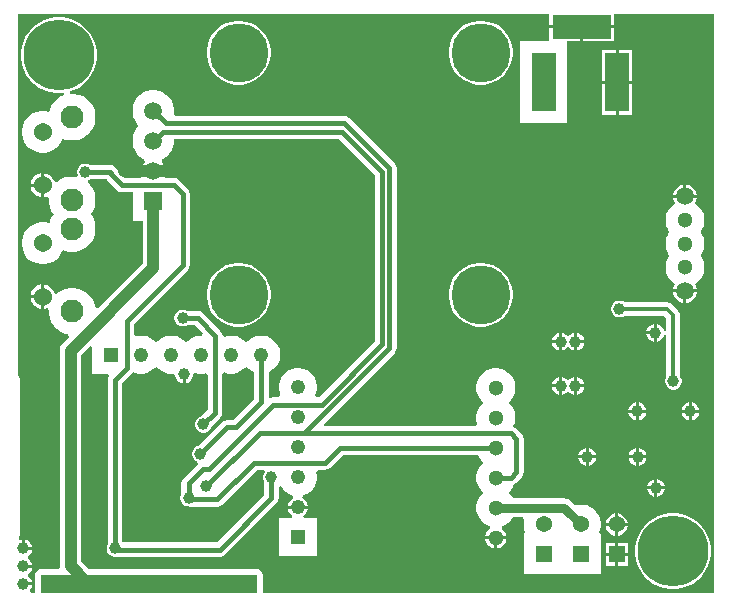
<source format=gbl>
G04*
G04 #@! TF.GenerationSoftware,Altium Limited,Altium Designer,24.5.2 (23)*
G04*
G04 Layer_Physical_Order=2*
G04 Layer_Color=16711680*
%FSLAX25Y25*%
%MOIN*%
G70*
G04*
G04 #@! TF.SameCoordinates,C9A36013-1EDC-4BB1-827E-2851C72F543B*
G04*
G04*
G04 #@! TF.FilePolarity,Positive*
G04*
G01*
G75*
%ADD62C,0.03150*%
%ADD63C,0.01575*%
%ADD65C,0.03937*%
%ADD67C,0.01378*%
%ADD70C,0.04803*%
%ADD71R,0.04803X0.04803*%
%ADD72R,0.04803X0.04803*%
%ADD73C,0.05906*%
%ADD74R,0.05906X0.05906*%
%ADD75C,0.05118*%
%ADD76C,0.05394*%
%ADD77R,0.05394X0.05394*%
%ADD78C,0.07677*%
%ADD79C,0.06063*%
%ADD80R,0.19685X0.07874*%
%ADD81R,0.07874X0.19685*%
%ADD82C,0.03937*%
%ADD83C,0.19685*%
%ADD84C,0.23622*%
G36*
X234213Y2007D02*
X83700D01*
Y7874D01*
X83547Y8642D01*
X83112Y9293D01*
X82461Y9728D01*
X81693Y9881D01*
X25685D01*
X23259Y12307D01*
Y81197D01*
X26191Y84129D01*
X26930Y83823D01*
Y74964D01*
X32068D01*
X32496Y74164D01*
X32224Y73756D01*
X32040Y72835D01*
Y18098D01*
X31869Y17801D01*
X31680Y17097D01*
Y16368D01*
X31869Y15664D01*
X32234Y15032D01*
X32749Y14517D01*
X33380Y14152D01*
X34084Y13964D01*
X34438D01*
X34901Y13872D01*
X69430D01*
X70352Y14055D01*
X71133Y14577D01*
X88317Y31762D01*
X88839Y32543D01*
X89023Y33465D01*
Y37290D01*
X89811Y37477D01*
X90505Y36439D01*
X91388Y35556D01*
X92426Y34862D01*
X93579Y34384D01*
X93762Y34348D01*
X93874Y33510D01*
X93340Y33201D01*
X92706Y32568D01*
X92258Y31792D01*
X92041Y30979D01*
X95428D01*
X98816D01*
X98598Y31792D01*
X98150Y32568D01*
X97517Y33201D01*
X96982Y33510D01*
X97095Y34348D01*
X97277Y34384D01*
X98431Y34862D01*
X99469Y35556D01*
X100352Y36439D01*
X101045Y37477D01*
X101523Y38630D01*
X101767Y39855D01*
Y41104D01*
X101575Y42067D01*
X102052Y42867D01*
X104331D01*
X105252Y43050D01*
X106034Y43573D01*
X110328Y47867D01*
X155384D01*
X155661Y47199D01*
X156371Y46135D01*
X157230Y45276D01*
X156371Y44417D01*
X155661Y43353D01*
X155171Y42170D01*
X154921Y40915D01*
Y39636D01*
X155171Y38381D01*
X155661Y37199D01*
X156371Y36135D01*
X157230Y35276D01*
X156371Y34417D01*
X155661Y33353D01*
X155171Y32170D01*
X154921Y30915D01*
Y29636D01*
X155171Y28381D01*
X155661Y27199D01*
X156371Y26135D01*
X157276Y25230D01*
X158340Y24519D01*
X159335Y24107D01*
X159462Y23548D01*
X159422Y23233D01*
X159232Y23123D01*
X158569Y22461D01*
X158101Y21649D01*
X157867Y20776D01*
X161417D01*
X164968D01*
X164734Y21649D01*
X164265Y22461D01*
X163603Y23123D01*
X163412Y23233D01*
X163373Y23548D01*
X163500Y24107D01*
X164494Y24519D01*
X165558Y25230D01*
X166463Y26135D01*
X167107Y27099D01*
X170379D01*
X170884Y26299D01*
X170693Y25338D01*
Y24032D01*
X170948Y22750D01*
X171210Y22119D01*
X170693Y21319D01*
X170693D01*
Y8051D01*
X196439D01*
Y21319D01*
X196439D01*
X195923Y22119D01*
X196184Y22750D01*
X196439Y24032D01*
Y25338D01*
X196184Y26620D01*
X195684Y27827D01*
X194958Y28914D01*
X194034Y29838D01*
X192948Y30564D01*
X191740Y31064D01*
X190459Y31319D01*
X189152D01*
X187911Y31072D01*
X186461Y32522D01*
X185803Y33027D01*
X185037Y33344D01*
X184215Y33452D01*
X167107D01*
X166463Y34417D01*
X165604Y35276D01*
X166463Y36135D01*
X167174Y37199D01*
X167584Y38189D01*
X168159Y38572D01*
X170010Y40424D01*
X170532Y41205D01*
X170716Y42127D01*
Y53211D01*
X170532Y54133D01*
X170010Y54914D01*
X168103Y56821D01*
X167322Y57343D01*
X167272Y57436D01*
X167664Y58381D01*
X167913Y59636D01*
Y60915D01*
X167664Y62170D01*
X167174Y63353D01*
X166463Y64417D01*
X165604Y65276D01*
X166463Y66135D01*
X167174Y67199D01*
X167664Y68381D01*
X167913Y69636D01*
Y70915D01*
X167664Y72170D01*
X167174Y73353D01*
X166463Y74417D01*
X165558Y75321D01*
X164494Y76032D01*
X163312Y76522D01*
X162057Y76772D01*
X160777D01*
X159522Y76522D01*
X158340Y76032D01*
X157276Y75321D01*
X156371Y74417D01*
X155661Y73353D01*
X155171Y72170D01*
X154921Y70915D01*
Y69636D01*
X155171Y68381D01*
X155661Y67199D01*
X156371Y66135D01*
X157230Y65276D01*
X156371Y64417D01*
X155661Y63353D01*
X155171Y62170D01*
X154921Y60915D01*
Y59636D01*
X155171Y58381D01*
X155249Y58192D01*
X154805Y57527D01*
X104301D01*
X103995Y58266D01*
X127687Y81958D01*
X128209Y82740D01*
X128393Y83661D01*
Y143405D01*
X128209Y144327D01*
X127687Y145108D01*
X112628Y160168D01*
X111846Y160690D01*
X110925Y160873D01*
X54548D01*
X54041Y161492D01*
X54134Y161959D01*
Y163316D01*
X53869Y164647D01*
X53350Y165901D01*
X52596Y167030D01*
X51636Y167989D01*
X50508Y168743D01*
X49254Y169263D01*
X47923Y169528D01*
X46565D01*
X45234Y169263D01*
X43981Y168743D01*
X42852Y167989D01*
X41892Y167030D01*
X41138Y165901D01*
X40619Y164647D01*
X40354Y163316D01*
Y161959D01*
X40619Y160628D01*
X41138Y159374D01*
X41892Y158246D01*
X42500Y157638D01*
X41892Y157030D01*
X41138Y155901D01*
X40619Y154648D01*
X40354Y153316D01*
Y151959D01*
X40619Y150628D01*
X41138Y149374D01*
X41892Y148246D01*
X42852Y147286D01*
X43981Y146532D01*
X44316Y146393D01*
X44477Y145461D01*
X44081Y145065D01*
X43561Y144164D01*
X43291Y143158D01*
Y143138D01*
X47244D01*
X51197D01*
Y143158D01*
X50928Y144164D01*
X50407Y145065D01*
X50011Y145461D01*
X50172Y146393D01*
X50508Y146532D01*
X51636Y147286D01*
X52596Y148246D01*
X53350Y149374D01*
X53869Y150628D01*
X54134Y151959D01*
Y153103D01*
X109239D01*
X121001Y141341D01*
Y85725D01*
X102427Y67151D01*
X101609Y67213D01*
X101211Y67877D01*
X101523Y68630D01*
X101767Y69855D01*
Y71104D01*
X101523Y72328D01*
X101045Y73482D01*
X100352Y74520D01*
X99469Y75403D01*
X98431Y76096D01*
X97277Y76574D01*
X96052Y76818D01*
X94804D01*
X93579Y76574D01*
X92426Y76096D01*
X91388Y75403D01*
X90505Y74520D01*
X89811Y73482D01*
X89333Y72328D01*
X89090Y71104D01*
Y69855D01*
X89333Y68630D01*
X89645Y67877D01*
X89166Y67077D01*
X87306D01*
X86477Y66912D01*
X86215Y66982D01*
X85677Y67269D01*
Y75439D01*
X86271Y75685D01*
X87309Y76379D01*
X88192Y77262D01*
X88886Y78300D01*
X89363Y79453D01*
X89607Y80678D01*
Y81927D01*
X89363Y83151D01*
X88886Y84305D01*
X88192Y85343D01*
X87309Y86226D01*
X86271Y86919D01*
X85117Y87397D01*
X83893Y87641D01*
X82644D01*
X81420Y87397D01*
X80266Y86919D01*
X79228Y86226D01*
X78816Y85814D01*
X78268Y85401D01*
X77720Y85814D01*
X77309Y86226D01*
X76271Y86919D01*
X75117Y87397D01*
X73893Y87641D01*
X72644D01*
X71420Y87397D01*
X71001Y87224D01*
X70283Y87792D01*
X70139Y88520D01*
X69616Y89302D01*
X63711Y95207D01*
X62930Y95729D01*
X62008Y95912D01*
X58452D01*
X58155Y96084D01*
X57451Y96272D01*
X56722D01*
X56018Y96084D01*
X55387Y95719D01*
X54871Y95204D01*
X54507Y94573D01*
X54318Y93868D01*
Y93139D01*
X54507Y92435D01*
X54871Y91804D01*
X55387Y91289D01*
X56018Y90924D01*
X56722Y90735D01*
X57451D01*
X58155Y90924D01*
X58452Y91096D01*
X61010D01*
X63665Y88441D01*
X63334Y87641D01*
X62644D01*
X61420Y87397D01*
X60266Y86919D01*
X59228Y86226D01*
X58816Y85814D01*
X58268Y85401D01*
X57720Y85814D01*
X57309Y86226D01*
X56271Y86919D01*
X55117Y87397D01*
X53893Y87641D01*
X52644D01*
X51420Y87397D01*
X50266Y86919D01*
X49228Y86226D01*
X48816Y85814D01*
X48268Y85401D01*
X47720Y85814D01*
X47309Y86226D01*
X46271Y86919D01*
X45117Y87397D01*
X43893Y87641D01*
X42644D01*
X41594Y87432D01*
X40794Y87868D01*
Y91522D01*
X58790Y109517D01*
X59312Y110299D01*
X59495Y111221D01*
Y134843D01*
X59312Y135764D01*
X58790Y136546D01*
X55734Y139601D01*
X54953Y140123D01*
X54031Y140306D01*
X51262D01*
X50862Y140999D01*
X50928Y141112D01*
X51197Y142117D01*
Y142138D01*
X47244D01*
X43291D01*
Y142117D01*
X43561Y141112D01*
X43626Y140999D01*
X43226Y140306D01*
X37906D01*
X35596Y142616D01*
X35349Y142987D01*
X34426Y143909D01*
X33645Y144431D01*
X32723Y144615D01*
X26022D01*
X25725Y144786D01*
X25021Y144975D01*
X24292D01*
X23587Y144786D01*
X22956Y144422D01*
X22441Y143906D01*
X22076Y143275D01*
X21888Y142571D01*
Y141842D01*
X22040Y141271D01*
X21799Y140871D01*
X21482Y140567D01*
X20970Y140668D01*
X19439D01*
X17937Y140369D01*
X16522Y139783D01*
X15248Y138932D01*
X15138Y138823D01*
X14246Y139062D01*
X14158Y139390D01*
X13627Y140309D01*
X12877Y141060D01*
X11958Y141590D01*
X10932Y141865D01*
X10902D01*
Y137834D01*
Y133802D01*
X10932D01*
X11682Y134003D01*
X11994Y133859D01*
X12286Y133623D01*
X12429Y133425D01*
Y132127D01*
X12728Y130625D01*
X13314Y129210D01*
X14045Y128116D01*
X13314Y127023D01*
X12728Y125607D01*
X12650Y125214D01*
X12434Y125099D01*
X11088Y125367D01*
X9715D01*
X8369Y125099D01*
X7101Y124574D01*
X5959Y123811D01*
X4989Y122841D01*
X4226Y121699D01*
X3701Y120431D01*
X3433Y119085D01*
Y117712D01*
X3701Y116366D01*
X4226Y115098D01*
X4989Y113956D01*
X5959Y112986D01*
X7101Y112223D01*
X8369Y111698D01*
X9715Y111430D01*
X11088D01*
X12434Y111698D01*
X13702Y112223D01*
X14844Y112986D01*
X15814Y113956D01*
X16577Y115098D01*
X17047Y116231D01*
X17937Y115863D01*
X19439Y115564D01*
X20970D01*
X22473Y115863D01*
X23888Y116449D01*
X25161Y117300D01*
X26244Y118383D01*
X27095Y119656D01*
X27681Y121071D01*
X27980Y122573D01*
Y124105D01*
X27681Y125607D01*
X27095Y127023D01*
X26365Y128116D01*
X27095Y129210D01*
X27681Y130625D01*
X27980Y132127D01*
Y133659D01*
X27681Y135161D01*
X27095Y136576D01*
X26244Y137849D01*
X25386Y138707D01*
X25518Y139462D01*
X25607Y139595D01*
X25725Y139626D01*
X26022Y139798D01*
X31715D01*
X31943Y139458D01*
X35206Y136195D01*
X35987Y135672D01*
X36909Y135489D01*
X40354D01*
Y125748D01*
X43670D01*
Y111717D01*
X28740Y96787D01*
X27872Y97050D01*
X27681Y98009D01*
X27095Y99424D01*
X26244Y100698D01*
X25161Y101781D01*
X23888Y102632D01*
X22473Y103218D01*
X20970Y103516D01*
X19439D01*
X17937Y103218D01*
X16522Y102632D01*
X15248Y101781D01*
X15138Y101671D01*
X14246Y101910D01*
X14158Y102238D01*
X13627Y103157D01*
X12877Y103908D01*
X11958Y104439D01*
X10932Y104713D01*
X10902D01*
Y100682D01*
Y96650D01*
X10932D01*
X11682Y96851D01*
X11994Y96707D01*
X12286Y96471D01*
X12429Y96273D01*
Y94975D01*
X12728Y93473D01*
X13314Y92058D01*
X14165Y90784D01*
X15248Y89701D01*
X16522Y88850D01*
X17937Y88264D01*
X18896Y88073D01*
X19159Y87205D01*
X17158Y85204D01*
X16590Y84464D01*
X16233Y83602D01*
X16111Y82677D01*
Y10827D01*
X16130Y10681D01*
X15429Y9881D01*
X9843D01*
X9075Y9728D01*
X8423Y9293D01*
X7988Y8642D01*
X7835Y7874D01*
Y2007D01*
X6352D01*
X6021Y2807D01*
X6312Y3099D01*
X6703Y3776D01*
X6876Y4421D01*
X3937D01*
Y5421D01*
X6876D01*
X6703Y6067D01*
X6312Y6744D01*
X5760Y7297D01*
X5560Y7412D01*
Y8336D01*
X5760Y8451D01*
X6312Y9004D01*
X6703Y9681D01*
X6876Y10327D01*
X3937D01*
Y11327D01*
X6876D01*
X6703Y11973D01*
X6312Y12650D01*
X5760Y13202D01*
X5560Y13318D01*
Y14241D01*
X5760Y14357D01*
X6312Y14910D01*
X6703Y15586D01*
X6876Y16232D01*
X3937D01*
Y16732D01*
X3437D01*
Y19671D01*
X2973Y19547D01*
X2560Y19967D01*
X2446Y20199D01*
X2642Y20492D01*
X2795Y21260D01*
Y73228D01*
X2642Y73996D01*
X2207Y74648D01*
X2007Y74781D01*
Y194843D01*
X179175D01*
Y191144D01*
X200860D01*
Y194843D01*
X234213D01*
Y2007D01*
D02*
G37*
G36*
X48816Y76790D02*
X49228Y76379D01*
X50266Y75685D01*
X51420Y75207D01*
X52644Y74964D01*
X53893D01*
X53940Y74973D01*
X54558Y74466D01*
Y74328D01*
X54761Y73573D01*
X55152Y72896D01*
X55704Y72343D01*
X56381Y71953D01*
X57027Y71780D01*
Y74719D01*
X58027D01*
Y71780D01*
X58673Y71953D01*
X59350Y72343D01*
X59902Y72896D01*
X60293Y73573D01*
X60496Y74328D01*
Y74724D01*
X61221Y75289D01*
X61420Y75207D01*
X62644Y74964D01*
X63893D01*
X64705Y75125D01*
X65505Y74577D01*
Y63006D01*
X63239Y60739D01*
X62908Y60651D01*
X62277Y60286D01*
X61761Y59771D01*
X61397Y59140D01*
X61208Y58435D01*
Y57706D01*
X61397Y57002D01*
X61761Y56371D01*
X62277Y55856D01*
X62908Y55491D01*
X63612Y55302D01*
X64341D01*
X65045Y55491D01*
X65676Y55856D01*
X66192Y56371D01*
X66556Y57002D01*
X66645Y57333D01*
X69616Y60305D01*
X70139Y61086D01*
X70322Y62008D01*
Y74942D01*
X70987Y75386D01*
X71420Y75207D01*
X72644Y74964D01*
X73893D01*
X75117Y75207D01*
X76271Y75685D01*
X77309Y76379D01*
X77720Y76790D01*
X78268Y77204D01*
X78816Y76790D01*
X79228Y76379D01*
X80266Y75685D01*
X80860Y75439D01*
Y66549D01*
X73835Y59525D01*
X71880D01*
X70958Y59341D01*
X70177Y58819D01*
X62255Y50897D01*
X61923Y50808D01*
X61292Y50444D01*
X60777Y49928D01*
X60412Y49297D01*
X60224Y48593D01*
Y47864D01*
X60412Y47160D01*
X60777Y46528D01*
X61292Y46013D01*
X61851Y45690D01*
X61938Y45551D01*
X62050Y44787D01*
X57352Y40089D01*
X56830Y39307D01*
X56647Y38386D01*
Y34830D01*
X56475Y34533D01*
X56287Y33829D01*
Y33100D01*
X56475Y32396D01*
X56840Y31765D01*
X57355Y31249D01*
X57986Y30885D01*
X58691Y30696D01*
X59155D01*
X59480Y30631D01*
X68473D01*
X69395Y30815D01*
X70176Y31337D01*
X81706Y42867D01*
X84080D01*
X84412Y42067D01*
X84399Y42054D01*
X84034Y41423D01*
X83846Y40719D01*
Y39990D01*
X84034Y39286D01*
X84206Y38989D01*
Y34462D01*
X68432Y18689D01*
X36857D01*
Y71837D01*
X40089Y75069D01*
X40450Y75609D01*
X41420Y75207D01*
X42644Y74964D01*
X43893D01*
X45117Y75207D01*
X46271Y75685D01*
X47309Y76379D01*
X47720Y76790D01*
X48268Y77204D01*
X48816Y76790D01*
D02*
G37*
G36*
X81693Y2007D02*
X9843D01*
Y7874D01*
X81693D01*
Y2007D01*
D02*
G37*
%LPC*%
G36*
X200860Y190144D02*
X190517D01*
Y185707D01*
X200860D01*
Y190144D01*
D02*
G37*
G36*
X206765Y182982D02*
X202328D01*
Y172640D01*
X206765D01*
Y182982D01*
D02*
G37*
G36*
X201328D02*
X196891D01*
Y172640D01*
X201328D01*
Y182982D01*
D02*
G37*
G36*
X157255Y192574D02*
X155579D01*
X153925Y192312D01*
X152332Y191795D01*
X150839Y191034D01*
X149484Y190050D01*
X148299Y188865D01*
X147315Y187510D01*
X146554Y186017D01*
X146037Y184424D01*
X145774Y182769D01*
Y181094D01*
X146037Y179440D01*
X146554Y177847D01*
X147315Y176354D01*
X148299Y174999D01*
X149484Y173814D01*
X150839Y172829D01*
X152332Y172069D01*
X153925Y171551D01*
X155579Y171289D01*
X157255D01*
X158909Y171551D01*
X160502Y172069D01*
X161995Y172829D01*
X163350Y173814D01*
X164535Y174999D01*
X165519Y176354D01*
X166280Y177847D01*
X166797Y179440D01*
X167060Y181094D01*
Y182769D01*
X166797Y184424D01*
X166280Y186017D01*
X165519Y187510D01*
X164535Y188865D01*
X163350Y190050D01*
X161995Y191034D01*
X160502Y191795D01*
X158909Y192312D01*
X157255Y192574D01*
D02*
G37*
G36*
X76546D02*
X74871D01*
X73216Y192312D01*
X71623Y191795D01*
X70130Y191034D01*
X68775Y190050D01*
X67591Y188865D01*
X66606Y187510D01*
X65846Y186017D01*
X65328Y184424D01*
X65066Y182769D01*
Y181094D01*
X65328Y179440D01*
X65846Y177847D01*
X66606Y176354D01*
X67591Y174999D01*
X68775Y173814D01*
X70130Y172829D01*
X71623Y172069D01*
X73216Y171551D01*
X74871Y171289D01*
X76546D01*
X78201Y171551D01*
X79794Y172069D01*
X81286Y172829D01*
X82642Y173814D01*
X83826Y174999D01*
X84811Y176354D01*
X85571Y177847D01*
X86089Y179440D01*
X86351Y181094D01*
Y182769D01*
X86089Y184424D01*
X85571Y186017D01*
X84811Y187510D01*
X83826Y188865D01*
X82642Y190050D01*
X81286Y191034D01*
X79794Y191795D01*
X78201Y192312D01*
X76546Y192574D01*
D02*
G37*
G36*
X16740Y193713D02*
X14755D01*
X12795Y193403D01*
X10907Y192789D01*
X9138Y191888D01*
X7532Y190721D01*
X6129Y189318D01*
X4962Y187712D01*
X4061Y185943D01*
X3447Y184055D01*
X3137Y182095D01*
Y180110D01*
X3447Y178149D01*
X4061Y176261D01*
X4962Y174493D01*
X6129Y172887D01*
X7532Y171483D01*
X9138Y170316D01*
X10907Y169415D01*
X12795Y168802D01*
X14755Y168491D01*
X16740D01*
X17338Y168586D01*
X17557Y167811D01*
X16522Y167382D01*
X15248Y166531D01*
X14165Y165448D01*
X13314Y164174D01*
X12728Y162759D01*
X12650Y162366D01*
X12434Y162251D01*
X11088Y162519D01*
X9715D01*
X8369Y162251D01*
X7101Y161726D01*
X5959Y160963D01*
X4989Y159992D01*
X4226Y158851D01*
X3701Y157583D01*
X3433Y156237D01*
Y154864D01*
X3701Y153517D01*
X4226Y152249D01*
X4989Y151108D01*
X5959Y150137D01*
X7101Y149375D01*
X8369Y148849D01*
X9715Y148582D01*
X11088D01*
X12434Y148849D01*
X13702Y149375D01*
X14844Y150137D01*
X15814Y151108D01*
X16577Y152249D01*
X17047Y153383D01*
X17937Y153014D01*
X19439Y152716D01*
X20970D01*
X22473Y153014D01*
X23888Y153601D01*
X25161Y154451D01*
X26244Y155534D01*
X27095Y156808D01*
X27681Y158223D01*
X27980Y159725D01*
Y161257D01*
X27681Y162759D01*
X27095Y164174D01*
X26244Y165448D01*
X25161Y166531D01*
X23888Y167382D01*
X22473Y167968D01*
X20970Y168267D01*
X19643D01*
X19516Y169067D01*
X20589Y169415D01*
X22358Y170316D01*
X23964Y171483D01*
X25367Y172887D01*
X26534Y174493D01*
X27435Y176261D01*
X28049Y178149D01*
X28359Y180110D01*
Y182095D01*
X28049Y184055D01*
X27435Y185943D01*
X26534Y187712D01*
X25367Y189318D01*
X23964Y190721D01*
X22358Y191888D01*
X20589Y192789D01*
X18701Y193403D01*
X16740Y193713D01*
D02*
G37*
G36*
X206765Y171640D02*
X202328D01*
Y161297D01*
X206765D01*
Y171640D01*
D02*
G37*
G36*
X201328D02*
X196891D01*
Y161297D01*
X201328D01*
Y171640D01*
D02*
G37*
G36*
X189517Y190144D02*
X179175D01*
Y185919D01*
X169545D01*
Y158360D01*
X185293D01*
Y185707D01*
X189517D01*
Y190144D01*
D02*
G37*
G36*
X9901Y141865D02*
X9871D01*
X8845Y141590D01*
X7926Y141060D01*
X7175Y140309D01*
X6645Y139390D01*
X6370Y138364D01*
Y138334D01*
X9901D01*
Y141865D01*
D02*
G37*
G36*
X225013Y137972D02*
X224993D01*
Y134520D01*
X228445D01*
Y134540D01*
X228176Y135546D01*
X227656Y136447D01*
X226920Y137183D01*
X226018Y137703D01*
X225013Y137972D01*
D02*
G37*
G36*
X223993D02*
X223972D01*
X222967Y137703D01*
X222066Y137183D01*
X221330Y136447D01*
X220809Y135546D01*
X220540Y134540D01*
Y134520D01*
X223993D01*
Y137972D01*
D02*
G37*
G36*
X9901Y137334D02*
X6370D01*
Y137303D01*
X6645Y136277D01*
X7175Y135358D01*
X7926Y134608D01*
X8845Y134077D01*
X9871Y133802D01*
X9901D01*
Y137334D01*
D02*
G37*
G36*
X228445Y133520D02*
X224493D01*
X220540D01*
Y133499D01*
X220809Y132494D01*
X221224Y131775D01*
X220352Y131192D01*
X219447Y130287D01*
X218736Y129223D01*
X218246Y128041D01*
X217997Y126786D01*
Y125506D01*
X218246Y124251D01*
X218736Y123069D01*
X219310Y122209D01*
X218736Y121349D01*
X218246Y120167D01*
X217997Y118912D01*
Y117632D01*
X218246Y116377D01*
X218736Y115195D01*
X219310Y114335D01*
X218736Y113475D01*
X218246Y112293D01*
X217997Y111038D01*
Y109758D01*
X218246Y108503D01*
X218736Y107321D01*
X219447Y106257D01*
X220352Y105352D01*
X221224Y104769D01*
X220809Y104049D01*
X220540Y103044D01*
Y103024D01*
X224493D01*
X228445D01*
Y103044D01*
X228176Y104049D01*
X227761Y104769D01*
X228634Y105352D01*
X229538Y106257D01*
X230249Y107321D01*
X230739Y108503D01*
X230989Y109758D01*
Y111038D01*
X230739Y112293D01*
X230249Y113475D01*
X229675Y114335D01*
X230249Y115195D01*
X230739Y116377D01*
X230989Y117632D01*
Y118912D01*
X230739Y120167D01*
X230249Y121349D01*
X229675Y122209D01*
X230249Y123069D01*
X230739Y124251D01*
X230989Y125506D01*
Y126786D01*
X230739Y128041D01*
X230249Y129223D01*
X229538Y130287D01*
X228634Y131192D01*
X227761Y131775D01*
X228176Y132494D01*
X228445Y133499D01*
Y133520D01*
D02*
G37*
G36*
X9901Y104713D02*
X9871D01*
X8845Y104439D01*
X7926Y103908D01*
X7175Y103157D01*
X6645Y102238D01*
X6370Y101213D01*
Y101182D01*
X9901D01*
Y104713D01*
D02*
G37*
G36*
X228445Y102024D02*
X224993D01*
Y98571D01*
X225013D01*
X226018Y98840D01*
X226920Y99361D01*
X227656Y100097D01*
X228176Y100998D01*
X228445Y102003D01*
Y102024D01*
D02*
G37*
G36*
X223993D02*
X220540D01*
Y102003D01*
X220809Y100998D01*
X221330Y100097D01*
X222066Y99361D01*
X222967Y98840D01*
X223972Y98571D01*
X223993D01*
Y102024D01*
D02*
G37*
G36*
X9901Y100182D02*
X6370D01*
Y100151D01*
X6645Y99126D01*
X7175Y98207D01*
X7926Y97456D01*
X8845Y96925D01*
X9871Y96650D01*
X9901D01*
Y100182D01*
D02*
G37*
G36*
X157255Y111866D02*
X155579D01*
X153925Y111604D01*
X152332Y111086D01*
X150839Y110326D01*
X149484Y109341D01*
X148299Y108156D01*
X147315Y106801D01*
X146554Y105308D01*
X146037Y103715D01*
X145774Y102061D01*
Y100386D01*
X146037Y98731D01*
X146554Y97138D01*
X147315Y95645D01*
X148299Y94290D01*
X149484Y93106D01*
X150839Y92121D01*
X152332Y91360D01*
X153925Y90843D01*
X155579Y90581D01*
X157255D01*
X158909Y90843D01*
X160502Y91360D01*
X161995Y92121D01*
X163350Y93106D01*
X164535Y94290D01*
X165519Y95645D01*
X166280Y97138D01*
X166797Y98731D01*
X167060Y100386D01*
Y102061D01*
X166797Y103715D01*
X166280Y105308D01*
X165519Y106801D01*
X164535Y108156D01*
X163350Y109341D01*
X161995Y110326D01*
X160502Y111086D01*
X158909Y111604D01*
X157255Y111866D01*
D02*
G37*
G36*
X76546D02*
X74871D01*
X73216Y111604D01*
X71623Y111086D01*
X70130Y110326D01*
X68775Y109341D01*
X67591Y108156D01*
X66606Y106801D01*
X65846Y105308D01*
X65328Y103715D01*
X65066Y102061D01*
Y100386D01*
X65328Y98731D01*
X65846Y97138D01*
X66606Y95645D01*
X67591Y94290D01*
X68775Y93106D01*
X70130Y92121D01*
X71623Y91360D01*
X73216Y90843D01*
X74871Y90581D01*
X76546D01*
X78201Y90843D01*
X79794Y91360D01*
X81286Y92121D01*
X82642Y93106D01*
X83826Y94290D01*
X84811Y95645D01*
X85571Y97138D01*
X86089Y98731D01*
X86351Y100386D01*
Y102061D01*
X86089Y103715D01*
X85571Y105308D01*
X84811Y106801D01*
X83826Y108156D01*
X82642Y109341D01*
X81286Y110326D01*
X79794Y111086D01*
X78201Y111604D01*
X76546Y111866D01*
D02*
G37*
G36*
X203022Y99323D02*
X202293D01*
X201589Y99135D01*
X200958Y98770D01*
X200442Y98255D01*
X200078Y97624D01*
X199889Y96919D01*
Y96191D01*
X200078Y95486D01*
X200442Y94855D01*
X200958Y94340D01*
X201589Y93975D01*
X202293Y93787D01*
X203022D01*
X203726Y93975D01*
X204027Y94149D01*
X217548D01*
X218292Y93405D01*
Y89241D01*
X217492Y89136D01*
X217333Y89728D01*
X216942Y90405D01*
X216390Y90958D01*
X215713Y91349D01*
X215067Y91522D01*
Y88583D01*
Y85643D01*
X215713Y85817D01*
X216390Y86207D01*
X216942Y86760D01*
X217333Y87437D01*
X217492Y88029D01*
X218292Y87924D01*
Y73959D01*
X218020Y73489D01*
X217831Y72785D01*
Y72056D01*
X218020Y71351D01*
X218385Y70720D01*
X218900Y70205D01*
X219531Y69840D01*
X220235Y69652D01*
X220965D01*
X221669Y69840D01*
X222300Y70205D01*
X222815Y70720D01*
X223180Y71351D01*
X223369Y72056D01*
Y72785D01*
X223180Y73489D01*
X222908Y73959D01*
Y94361D01*
X222732Y95244D01*
X222232Y95993D01*
X222232Y95993D01*
X220136Y98089D01*
X219387Y98589D01*
X218504Y98765D01*
X204363D01*
X204358Y98770D01*
X203726Y99135D01*
X203022Y99323D01*
D02*
G37*
G36*
X214067Y91522D02*
X213421Y91349D01*
X212744Y90958D01*
X212192Y90405D01*
X211801Y89728D01*
X211628Y89083D01*
X214067D01*
Y91522D01*
D02*
G37*
G36*
X187492Y88569D02*
X186846Y88396D01*
X186169Y88005D01*
X186070Y87906D01*
X185531Y87515D01*
X184993Y87906D01*
X184894Y88005D01*
X184217Y88396D01*
X183571Y88569D01*
Y85630D01*
Y82691D01*
X184217Y82864D01*
X184894Y83254D01*
X184993Y83354D01*
X185531Y83745D01*
X186070Y83354D01*
X186169Y83254D01*
X186846Y82864D01*
X187492Y82691D01*
Y85630D01*
Y88569D01*
D02*
G37*
G36*
X188492D02*
Y86130D01*
X190931D01*
X190758Y86776D01*
X190367Y87453D01*
X189815Y88005D01*
X189138Y88396D01*
X188492Y88569D01*
D02*
G37*
G36*
X182571D02*
X181925Y88396D01*
X181248Y88005D01*
X180695Y87453D01*
X180305Y86776D01*
X180132Y86130D01*
X182571D01*
Y88569D01*
D02*
G37*
G36*
X214067Y88083D02*
X211628D01*
X211801Y87437D01*
X212192Y86760D01*
X212744Y86207D01*
X213421Y85817D01*
X214067Y85643D01*
Y88083D01*
D02*
G37*
G36*
X182571Y85130D02*
X180132D01*
X180305Y84484D01*
X180695Y83807D01*
X181248Y83254D01*
X181925Y82864D01*
X182571Y82691D01*
Y85130D01*
D02*
G37*
G36*
X190931D02*
X188492D01*
Y82691D01*
X189138Y82864D01*
X189815Y83254D01*
X190367Y83807D01*
X190758Y84484D01*
X190931Y85130D01*
D02*
G37*
G36*
X188492Y73805D02*
Y71366D01*
X190931D01*
X190758Y72012D01*
X190367Y72689D01*
X189815Y73242D01*
X189138Y73632D01*
X188492Y73805D01*
D02*
G37*
G36*
X182571D02*
X181925Y73632D01*
X181248Y73242D01*
X180695Y72689D01*
X180305Y72012D01*
X180132Y71366D01*
X182571D01*
Y73805D01*
D02*
G37*
G36*
X190931Y70366D02*
X188492D01*
Y67927D01*
X189138Y68100D01*
X189815Y68491D01*
X190367Y69043D01*
X190758Y69720D01*
X190931Y70366D01*
D02*
G37*
G36*
X183571Y73805D02*
Y70866D01*
Y67927D01*
X184217Y68100D01*
X184894Y68491D01*
X184993Y68590D01*
X185531Y68981D01*
X186070Y68590D01*
X186169Y68491D01*
X186846Y68100D01*
X187492Y67927D01*
Y70866D01*
Y73805D01*
X186846Y73632D01*
X186169Y73242D01*
X186070Y73142D01*
X185531Y72751D01*
X184993Y73142D01*
X184894Y73242D01*
X184217Y73632D01*
X183571Y73805D01*
D02*
G37*
G36*
X182571Y70366D02*
X180132D01*
X180305Y69720D01*
X180695Y69043D01*
X181248Y68491D01*
X181925Y68100D01*
X182571Y67927D01*
Y70366D01*
D02*
G37*
G36*
X226780Y65376D02*
Y62937D01*
X229219D01*
X229046Y63583D01*
X228655Y64260D01*
X228102Y64812D01*
X227426Y65203D01*
X226780Y65376D01*
D02*
G37*
G36*
X225780D02*
X225134Y65203D01*
X224457Y64812D01*
X223904Y64260D01*
X223514Y63583D01*
X223340Y62937D01*
X225780D01*
Y65376D01*
D02*
G37*
G36*
X209063D02*
Y62937D01*
X211502D01*
X211329Y63583D01*
X210939Y64260D01*
X210386Y64812D01*
X209709Y65203D01*
X209063Y65376D01*
D02*
G37*
G36*
X208063D02*
X207417Y65203D01*
X206740Y64812D01*
X206188Y64260D01*
X205797Y63583D01*
X205624Y62937D01*
X208063D01*
Y65376D01*
D02*
G37*
G36*
X229219Y61937D02*
X226780D01*
Y59498D01*
X227426Y59671D01*
X228102Y60062D01*
X228655Y60614D01*
X229046Y61291D01*
X229219Y61937D01*
D02*
G37*
G36*
X225780D02*
X223340D01*
X223514Y61291D01*
X223904Y60614D01*
X224457Y60062D01*
X225134Y59671D01*
X225780Y59498D01*
Y61937D01*
D02*
G37*
G36*
X211502D02*
X209063D01*
Y59498D01*
X209709Y59671D01*
X210386Y60062D01*
X210939Y60614D01*
X211329Y61291D01*
X211502Y61937D01*
D02*
G37*
G36*
X208063D02*
X205624D01*
X205797Y61291D01*
X206188Y60614D01*
X206740Y60062D01*
X207417Y59671D01*
X208063Y59498D01*
Y61937D01*
D02*
G37*
G36*
X209161Y50183D02*
Y47744D01*
X211601D01*
X211428Y48390D01*
X211037Y49067D01*
X210484Y49619D01*
X209807Y50010D01*
X209161Y50183D01*
D02*
G37*
G36*
X208161D02*
X207516Y50010D01*
X206839Y49619D01*
X206286Y49067D01*
X205895Y48390D01*
X205722Y47744D01*
X208161D01*
Y50183D01*
D02*
G37*
G36*
X192429D02*
Y47744D01*
X194868D01*
X194695Y48390D01*
X194305Y49067D01*
X193752Y49619D01*
X193075Y50010D01*
X192429Y50183D01*
D02*
G37*
G36*
X191429D02*
X190783Y50010D01*
X190106Y49619D01*
X189554Y49067D01*
X189163Y48390D01*
X188990Y47744D01*
X191429D01*
Y50183D01*
D02*
G37*
G36*
X211601Y46744D02*
X209161D01*
Y44305D01*
X209807Y44478D01*
X210484Y44869D01*
X211037Y45421D01*
X211428Y46098D01*
X211601Y46744D01*
D02*
G37*
G36*
X208161D02*
X205722D01*
X205895Y46098D01*
X206286Y45421D01*
X206839Y44869D01*
X207516Y44478D01*
X208161Y44305D01*
Y46744D01*
D02*
G37*
G36*
X194868D02*
X192429D01*
Y44305D01*
X193075Y44478D01*
X193752Y44869D01*
X194305Y45421D01*
X194695Y46098D01*
X194868Y46744D01*
D02*
G37*
G36*
X191429D02*
X188990D01*
X189163Y46098D01*
X189554Y45421D01*
X190106Y44869D01*
X190783Y44478D01*
X191429Y44305D01*
Y46744D01*
D02*
G37*
G36*
X215325Y39848D02*
Y37409D01*
X217764D01*
X217591Y38055D01*
X217200Y38732D01*
X216648Y39284D01*
X215971Y39675D01*
X215325Y39848D01*
D02*
G37*
G36*
X214325D02*
X213679Y39675D01*
X213002Y39284D01*
X212450Y38732D01*
X212059Y38055D01*
X211886Y37409D01*
X214325D01*
Y39848D01*
D02*
G37*
G36*
X217764Y36409D02*
X215325D01*
Y33970D01*
X215971Y34143D01*
X216648Y34533D01*
X217200Y35086D01*
X217591Y35763D01*
X217764Y36409D01*
D02*
G37*
G36*
X214325D02*
X211886D01*
X212059Y35763D01*
X212450Y35086D01*
X213002Y34533D01*
X213679Y34143D01*
X214325Y33970D01*
Y36409D01*
D02*
G37*
G36*
X202193Y28378D02*
Y25185D01*
X205386D01*
X205138Y26112D01*
X204651Y26955D01*
X203963Y27643D01*
X203120Y28130D01*
X202193Y28378D01*
D02*
G37*
G36*
X201193D02*
X200266Y28130D01*
X199423Y27643D01*
X198735Y26955D01*
X198248Y26112D01*
X198000Y25185D01*
X201193D01*
Y28378D01*
D02*
G37*
G36*
X205386Y24185D02*
X202193D01*
Y20992D01*
X203120Y21240D01*
X203963Y21727D01*
X204651Y22415D01*
X205138Y23258D01*
X205386Y24185D01*
D02*
G37*
G36*
X201193D02*
X198000D01*
X198248Y23258D01*
X198735Y22415D01*
X199423Y21727D01*
X200266Y21240D01*
X201193Y20992D01*
Y24185D01*
D02*
G37*
G36*
X4437Y19671D02*
Y17232D01*
X6876D01*
X6703Y17878D01*
X6312Y18555D01*
X5760Y19108D01*
X5083Y19499D01*
X4437Y19671D01*
D02*
G37*
G36*
X164968Y19776D02*
X161917D01*
Y16725D01*
X162791Y16959D01*
X163603Y17428D01*
X164265Y18090D01*
X164734Y18902D01*
X164968Y19776D01*
D02*
G37*
G36*
X160917D02*
X157867D01*
X158101Y18902D01*
X158569Y18090D01*
X159232Y17428D01*
X160044Y16959D01*
X160917Y16725D01*
Y19776D01*
D02*
G37*
G36*
X205390Y18382D02*
X202193D01*
Y15185D01*
X205390D01*
Y18382D01*
D02*
G37*
G36*
X201193D02*
X197996D01*
Y15185D01*
X201193D01*
Y18382D01*
D02*
G37*
G36*
X98816Y29979D02*
X95428D01*
X92041D01*
X92258Y29166D01*
X92706Y28391D01*
X93340Y27757D01*
X93581Y27618D01*
X93367Y26818D01*
X89090D01*
Y14141D01*
X101767D01*
Y26818D01*
X97490D01*
X97275Y27618D01*
X97517Y27757D01*
X98150Y28391D01*
X98598Y29166D01*
X98816Y29979D01*
D02*
G37*
G36*
X205390Y14185D02*
X202193D01*
Y10988D01*
X205390D01*
Y14185D01*
D02*
G37*
G36*
X201193D02*
X197996D01*
Y10988D01*
X201193D01*
Y14185D01*
D02*
G37*
G36*
X221465Y28359D02*
X219480D01*
X217519Y28049D01*
X215632Y27435D01*
X213863Y26534D01*
X212257Y25367D01*
X210853Y23964D01*
X209686Y22358D01*
X208785Y20589D01*
X208172Y18701D01*
X207861Y16740D01*
Y14755D01*
X208172Y12795D01*
X208785Y10907D01*
X209686Y9138D01*
X210853Y7532D01*
X212257Y6129D01*
X213863Y4962D01*
X215632Y4061D01*
X217519Y3447D01*
X219480Y3137D01*
X221465D01*
X223426Y3447D01*
X225313Y4061D01*
X227082Y4962D01*
X228688Y6129D01*
X230092Y7532D01*
X231258Y9138D01*
X232159Y10907D01*
X232773Y12795D01*
X233084Y14755D01*
Y16740D01*
X232773Y18701D01*
X232159Y20589D01*
X231258Y22358D01*
X230092Y23964D01*
X228688Y25367D01*
X227082Y26534D01*
X225313Y27435D01*
X223426Y28049D01*
X221465Y28359D01*
D02*
G37*
%LPD*%
D62*
X184215Y30276D02*
X189805Y24685D01*
X161417Y30276D02*
X184215D01*
D63*
X38386Y76772D02*
Y92520D01*
X34449Y16732D02*
Y72835D01*
X38386Y76772D01*
Y92520D02*
X57087Y111221D01*
X34449Y16732D02*
X34901Y16280D01*
X69430D01*
X36909Y137898D02*
X54031D01*
X57087Y134843D01*
X33646Y141161D02*
X36909Y137898D01*
X32723Y142206D02*
X33646Y141284D01*
Y141161D02*
Y141284D01*
X67913Y62008D02*
Y87598D01*
X57087Y93504D02*
X62008D01*
X67913Y87598D01*
X63976Y58071D02*
X67913Y62008D01*
X69430Y16280D02*
X86614Y33465D01*
X57087Y111221D02*
Y134843D01*
X24656Y142206D02*
X32723D01*
X110236Y155512D02*
X123409Y142339D01*
X110925Y158465D02*
X125984Y143405D01*
X50332Y155512D02*
X110236D01*
X47458Y152638D02*
X50332Y155512D01*
X47244Y162638D02*
X51417Y158465D01*
X110925D01*
X47244Y152638D02*
X47458D01*
X125984Y83661D02*
Y143405D01*
X97441Y55118D02*
X125984Y83661D01*
X103350Y64668D02*
X123409Y84728D01*
Y142339D01*
X97441Y55118D02*
X166400D01*
X82677D02*
X97441D01*
X87306Y64668D02*
X103350D01*
X59055Y33465D02*
Y38386D01*
X63976Y43307D01*
X65945D01*
X64961Y37402D02*
X82677Y55118D01*
X65945Y43307D02*
X87306Y64668D01*
X71880Y57116D02*
X74833D01*
X62992Y48228D02*
X71880Y57116D01*
X74833D02*
X83268Y65552D01*
X166400Y55118D02*
X168307Y53211D01*
Y42127D02*
Y53211D01*
X161417Y40276D02*
X166456D01*
X168307Y42127D01*
X83268Y65552D02*
Y81302D01*
X59055Y33465D02*
X59480Y33040D01*
X68473D01*
X80709Y45276D01*
X104331D02*
X109331Y50276D01*
X161417D01*
X80709Y45276D02*
X104331D01*
X86614Y33465D02*
Y40354D01*
D65*
X19685Y82677D02*
X47244Y110236D01*
Y132638D01*
X19685Y10827D02*
Y82677D01*
Y10827D02*
X25591Y4921D01*
X37402Y142717D02*
X37480Y142638D01*
X47244D01*
X55039D01*
X55118Y142717D01*
D67*
X202756Y96457D02*
X218504D01*
X202658Y96555D02*
X202756Y96457D01*
X218504D02*
X220600Y94361D01*
Y72420D02*
Y94361D01*
D70*
X83268Y81302D02*
D03*
X73269D02*
D03*
X63269D02*
D03*
X53268D02*
D03*
X43268D02*
D03*
X95428Y70479D02*
D03*
Y60479D02*
D03*
Y50479D02*
D03*
Y40479D02*
D03*
Y30479D02*
D03*
D71*
X33268Y81302D02*
D03*
D72*
X95428Y20479D02*
D03*
D73*
X47244Y162638D02*
D03*
Y152638D02*
D03*
Y142638D02*
D03*
X224493Y102524D02*
D03*
Y134020D02*
D03*
D74*
X47244Y132638D02*
D03*
D75*
X161417Y70276D02*
D03*
Y60276D02*
D03*
Y50276D02*
D03*
Y40276D02*
D03*
Y30276D02*
D03*
Y20276D02*
D03*
X224493Y110398D02*
D03*
Y118272D02*
D03*
Y126146D02*
D03*
D76*
X177327Y24685D02*
D03*
X189805D02*
D03*
X201693D02*
D03*
D77*
X177327Y14685D02*
D03*
X189805D02*
D03*
X201693D02*
D03*
D78*
X20205Y132893D02*
D03*
Y160491D02*
D03*
Y95741D02*
D03*
Y123339D02*
D03*
D79*
X10402Y137834D02*
D03*
Y155550D02*
D03*
Y100682D02*
D03*
Y118398D02*
D03*
D80*
X190017Y190644D02*
D03*
D81*
X201828Y172140D02*
D03*
X177419D02*
D03*
D82*
X3937Y10827D02*
D03*
X34449Y16732D02*
D03*
X57527Y74719D02*
D03*
X57087Y93504D02*
D03*
X24656Y142206D02*
D03*
X63976Y58071D02*
D03*
X64961Y37402D02*
D03*
X62992Y48228D02*
D03*
X59055Y33465D02*
D03*
X3937Y4921D02*
D03*
Y16732D02*
D03*
X86614Y40354D02*
D03*
X208661Y47244D02*
D03*
X191929D02*
D03*
X214825Y36909D02*
D03*
X187992Y85630D02*
D03*
X183071Y70866D02*
D03*
X187992D02*
D03*
X183071Y85630D02*
D03*
X208563Y62437D02*
D03*
X226280D02*
D03*
X220600Y72420D02*
D03*
X202658Y96555D02*
D03*
X214567Y88583D02*
D03*
D83*
X75708Y181932D02*
D03*
X156417D02*
D03*
Y101223D02*
D03*
X75708D02*
D03*
D84*
X15748Y181102D02*
D03*
X220472Y15748D02*
D03*
M02*

</source>
